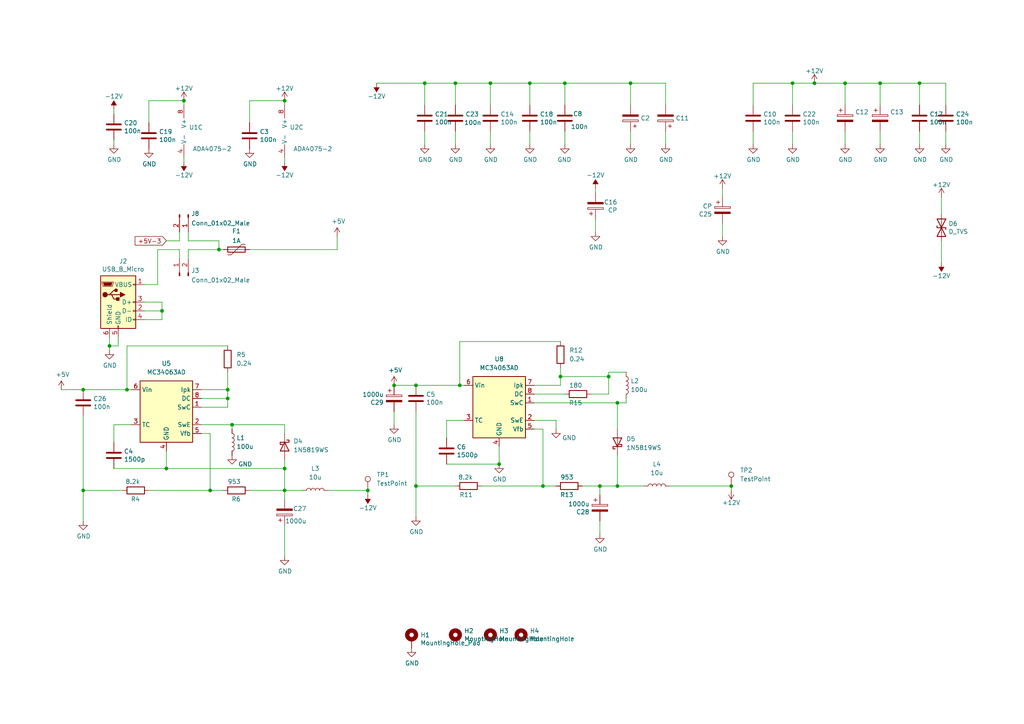
<source format=kicad_sch>
(kicad_sch (version 20211123) (generator eeschema)
  (paper "A4")
  (title_block (rev "C"))
  (lib_symbols
    (symbol "Amplifier_Operational:ADA4075-2" (pin_names (offset 0.127))
      (property "Reference" "U" (at 0 5.08 0))
      (property "Value" "ADA4075-2" (at 0 -5.08 0))
      (symbol "ADA4075-2_1_1"
        (polyline (pts (xy -5.08 5.08) (xy 5.08 0) (xy -5.08 -5.08) (xy -5.08 5.08)) (stroke (width 0.254)) (fill (type background)))
        (pin output line (at 7.62 0 180) (length 2.54) (name "~") (number "1"))
        (pin input line (at -7.62 -2.54 0) (length 2.54) (name "-") (number "2"))
        (pin input line (at -7.62 2.54 0) (length 2.54) (name "+") (number "3"))
      )
      (symbol "ADA4075-2_2_1"
        (polyline (pts (xy -5.08 5.08) (xy 5.08 0) (xy -5.08 -5.08) (xy -5.08 5.08)) (stroke (width 0.254)) (fill (type background)))
        (pin input line (at -7.62 2.54 0) (length 2.54) (name "+") (number "5"))
        (pin input line (at -7.62 -2.54 0) (length 2.54) (name "-") (number "6"))
        (pin output line (at 7.62 0 180) (length 2.54) (name "~") (number "7"))
      )
      (symbol "ADA4075-2_3_1"
        (pin power_in line (at -2.54 -7.62 90) (length 3.81) (name "V-") (number "4"))
        (pin power_in line (at -2.54 7.62 270) (length 3.81) (name "V+") (number "8"))
      )
    )
    (symbol "Connector:Conn_01x02_Male" (pin_names (offset 1.016) hide)
      (property "Reference" "J" (at 0 2.54 0))
      (property "Value" "Conn_01x02_Male" (at 0 -5.08 0))
      (symbol "Conn_01x02_Male_1_1"
        (polyline (pts (xy 1.27 -2.54) (xy 0.8636 -2.54)) (stroke (width 0.1524)))
        (polyline (pts (xy 1.27 0) (xy 0.8636 0)) (stroke (width 0.1524)))
        (rectangle (start 0.8636 -2.413) (end 0 -2.667) (stroke (width 0.1524)) (fill (type outline)))
        (rectangle (start 0.8636 0.127) (end 0 -0.127) (stroke (width 0.1524)) (fill (type outline)))
        (pin passive line (at 5.08 0 180) (length 3.81) (name "Pin_1") (number "1"))
        (pin passive line (at 5.08 -2.54 180) (length 3.81) (name "Pin_2") (number "2"))
      )
    )
    (symbol "Connector:TestPoint" (pin_numbers hide) (pin_names (offset 0.762) hide)
      (property "Reference" "TP" (at 0 6.858 0))
      (property "Value" "TestPoint" (at 0 5.08 0))
      (symbol "TestPoint_0_1"
        (circle (center 0 3.302) (radius 0.762))
      )
      (symbol "TestPoint_1_1"
        (pin passive line (at 0 0 90) (length 2.54) (name "1") (number "1"))
      )
    )
    (symbol "Connector:USB_B_Micro" (pin_names (offset 1.016))
      (property "Reference" "J" (at -5.08 11.43 0))
      (property "Value" "USB_B_Micro" (at -5.08 8.89 0))
      (symbol "USB_B_Micro_0_1"
        (rectangle (start -5.08 -7.62) (end 5.08 7.62) (stroke (width 0.254)) (fill (type background)))
        (circle (center -3.81 2.159) (radius 0.635) (stroke (width 0.254)) (fill (type outline)))
        (circle (center -0.635 3.429) (radius 0.381) (stroke (width 0.254)) (fill (type outline)))
        (rectangle (start -0.127 -7.62) (end 0.127 -6.858))
        (polyline (pts (xy -1.905 2.159) (xy 0.635 2.159)) (stroke (width 0.254)))
        (polyline (pts (xy -3.175 2.159) (xy -2.54 2.159) (xy -1.27 3.429) (xy -0.635 3.429)) (stroke (width 0.254)))
        (polyline (pts (xy -2.54 2.159) (xy -1.905 2.159) (xy -1.27 0.889) (xy 0 0.889)) (stroke (width 0.254)))
        (polyline (pts (xy 0.635 2.794) (xy 0.635 1.524) (xy 1.905 2.159) (xy 0.635 2.794)) (stroke (width 0.254)) (fill (type outline)))
        (polyline (pts (xy -4.318 5.588) (xy -1.778 5.588) (xy -2.032 4.826) (xy -4.064 4.826) (xy -4.318 5.588)) (fill (type outline)))
        (polyline (pts (xy -4.699 5.842) (xy -4.699 5.588) (xy -4.445 4.826) (xy -4.445 4.572) (xy -1.651 4.572) (xy -1.651 4.826) (xy -1.397 5.588) (xy -1.397 5.842) (xy -4.699 5.842)))
        (rectangle (start 0.254 1.27) (end -0.508 0.508) (stroke (width 0.254)) (fill (type outline)))
        (rectangle (start 5.08 -5.207) (end 4.318 -4.953))
        (rectangle (start 5.08 -2.667) (end 4.318 -2.413))
        (rectangle (start 5.08 -0.127) (end 4.318 0.127))
        (rectangle (start 5.08 4.953) (end 4.318 5.207))
      )
      (symbol "USB_B_Micro_1_1"
        (pin power_out line (at 7.62 5.08 180) (length 2.54) (name "VBUS") (number "1"))
        (pin bidirectional line (at 7.62 -2.54 180) (length 2.54) (name "D-") (number "2"))
        (pin bidirectional line (at 7.62 0 180) (length 2.54) (name "D+") (number "3"))
        (pin passive line (at 7.62 -5.08 180) (length 2.54) (name "ID") (number "4"))
        (pin power_out line (at 0 -10.16 90) (length 2.54) (name "GND") (number "5"))
        (pin passive line (at -2.54 -10.16 90) (length 2.54) (name "Shield") (number "6"))
      )
    )
    (symbol "Device:C" (pin_numbers hide) (pin_names (offset 0.254))
      (property "Reference" "C" (at 0.635 2.54 0))
      (property "Value" "C" (at 0.635 -2.54 0))
      (symbol "C_0_1"
        (polyline (pts (xy -2.032 -0.762) (xy 2.032 -0.762)) (stroke (width 0.508)))
        (polyline (pts (xy -2.032 0.762) (xy 2.032 0.762)) (stroke (width 0.508)))
      )
      (symbol "C_1_1"
        (pin passive line (at 0 3.81 270) (length 2.794) (name "~") (number "1"))
        (pin passive line (at 0 -3.81 90) (length 2.794) (name "~") (number "2"))
      )
    )
    (symbol "Device:CP" (pin_numbers hide) (pin_names (offset 0.254))
      (property "Reference" "C" (at 0.635 2.54 0))
      (property "Value" "Device_CP" (at 0.635 -2.54 0))
      (symbol "CP_0_1"
        (rectangle (start -2.286 0.508) (end 2.286 1.016))
        (polyline (pts (xy -1.778 2.286) (xy -0.762 2.286)))
        (polyline (pts (xy -1.27 2.794) (xy -1.27 1.778)))
        (rectangle (start 2.286 -0.508) (end -2.286 -1.016) (fill (type outline)))
      )
      (symbol "CP_1_1"
        (pin passive line (at 0 3.81 270) (length 2.794) (name "~") (number "1"))
        (pin passive line (at 0 -3.81 90) (length 2.794) (name "~") (number "2"))
      )
    )
    (symbol "Device:C_Polarized" (pin_numbers hide) (pin_names (offset 0.254))
      (property "Reference" "C" (at 0.635 2.54 0))
      (property "Value" "C_Polarized" (at 0.635 -2.54 0))
      (symbol "C_Polarized_0_1"
        (rectangle (start -2.286 0.508) (end 2.286 1.016))
        (polyline (pts (xy -1.778 2.286) (xy -0.762 2.286)))
        (polyline (pts (xy -1.27 2.794) (xy -1.27 1.778)))
        (rectangle (start 2.286 -0.508) (end -2.286 -1.016) (fill (type outline)))
      )
      (symbol "C_Polarized_1_1"
        (pin passive line (at 0 3.81 270) (length 2.794) (name "~") (number "1"))
        (pin passive line (at 0 -3.81 90) (length 2.794) (name "~") (number "2"))
      )
    )
    (symbol "Device:D_TVS" (pin_numbers hide) (pin_names (offset 1.016) hide)
      (property "Reference" "D" (at 0 2.54 0))
      (property "Value" "D_TVS" (at 0 -2.54 0))
      (symbol "D_TVS_0_1"
        (polyline (pts (xy 1.27 0) (xy -1.27 0)))
        (polyline (pts (xy 0.508 1.27) (xy 0 1.27) (xy 0 -1.27) (xy -0.508 -1.27)) (stroke (width 0.254)))
        (polyline (pts (xy -2.54 1.27) (xy -2.54 -1.27) (xy 2.54 1.27) (xy 2.54 -1.27) (xy -2.54 1.27)) (stroke (width 0.254)))
      )
      (symbol "D_TVS_1_1"
        (pin passive line (at -3.81 0 0) (length 2.54) (name "A1") (number "1"))
        (pin passive line (at 3.81 0 180) (length 2.54) (name "A2") (number "2"))
      )
    )
    (symbol "Device:L" (pin_numbers hide) (pin_names (offset 1.016) hide)
      (property "Reference" "L" (at -1.27 0 90))
      (property "Value" "L" (at 1.905 0 90))
      (symbol "L_0_1"
        (arc (start 0 -2.54) (mid 0.635 -1.905) (end 0 -1.27))
        (arc (start 0 -1.27) (mid 0.635 -0.635) (end 0 0))
        (arc (start 0 0) (mid 0.635 0.635) (end 0 1.27))
        (arc (start 0 1.27) (mid 0.635 1.905) (end 0 2.54))
      )
      (symbol "L_1_1"
        (pin passive line (at 0 3.81 270) (length 1.27) (name "1") (number "1"))
        (pin passive line (at 0 -3.81 90) (length 1.27) (name "2") (number "2"))
      )
    )
    (symbol "Device:Polyfuse" (pin_numbers hide) (pin_names (offset 0))
      (property "Reference" "F" (at -2.54 0 90))
      (property "Value" "Polyfuse" (at 2.54 0 90))
      (symbol "Polyfuse_0_1"
        (rectangle (start -0.762 2.54) (end 0.762 -2.54) (stroke (width 0.254)))
        (polyline (pts (xy 0 2.54) (xy 0 -2.54)))
        (polyline (pts (xy -1.524 2.54) (xy -1.524 1.524) (xy 1.524 -1.524) (xy 1.524 -2.54)))
      )
      (symbol "Polyfuse_1_1"
        (pin passive line (at 0 3.81 270) (length 1.27) (name "~") (number "1"))
        (pin passive line (at 0 -3.81 90) (length 1.27) (name "~") (number "2"))
      )
    )
    (symbol "Device:R" (pin_numbers hide) (pin_names (offset 0))
      (property "Reference" "R" (at 2.032 0 90))
      (property "Value" "R" (at 0 0 90))
      (symbol "R_0_1"
        (rectangle (start -1.016 -2.54) (end 1.016 2.54) (stroke (width 0.254)))
      )
      (symbol "R_1_1"
        (pin passive line (at 0 3.81 270) (length 1.27) (name "~") (number "1"))
        (pin passive line (at 0 -3.81 90) (length 1.27) (name "~") (number "2"))
      )
    )
    (symbol "Diode:1N5819WS" (pin_numbers hide) (pin_names (offset 1.016) hide)
      (property "Reference" "D" (at 0 2.54 0))
      (property "Value" "1N5819WS" (at 0 -2.54 0))
      (symbol "1N5819WS_0_1"
        (polyline (pts (xy 1.27 0) (xy -1.27 0)))
        (polyline (pts (xy 1.27 1.27) (xy 1.27 -1.27) (xy -1.27 0) (xy 1.27 1.27)) (stroke (width 0.254)))
        (polyline (pts (xy -1.905 0.635) (xy -1.905 1.27) (xy -1.27 1.27) (xy -1.27 -1.27) (xy -0.635 -1.27) (xy -0.635 -0.635)) (stroke (width 0.254)))
      )
      (symbol "1N5819WS_1_1"
        (pin passive line (at -3.81 0 0) (length 2.54) (name "K") (number "1"))
        (pin passive line (at 3.81 0 180) (length 2.54) (name "A") (number "2"))
      )
    )
    (symbol "Mechanical:MountingHole" (pin_names (offset 1.016))
      (property "Reference" "H" (at 0 5.08 0))
      (property "Value" "MountingHole" (at 0 3.175 0))
      (symbol "MountingHole_0_1"
        (circle (center 0 0) (radius 1.27) (stroke (width 1.27)))
      )
    )
    (symbol "Mechanical:MountingHole_Pad" (pin_numbers hide) (pin_names (offset 1.016) hide)
      (property "Reference" "H" (at 0 6.35 0))
      (property "Value" "MountingHole_Pad" (at 0 4.445 0))
      (symbol "MountingHole_Pad_0_1"
        (circle (center 0 1.27) (radius 1.27) (stroke (width 1.27)))
      )
      (symbol "MountingHole_Pad_1_1"
        (pin input line (at 0 -2.54 90) (length 2.54) (name "1") (number "1"))
      )
    )
    (symbol "Regulator_Switching:MC34063AD"
      (property "Reference" "U" (at -7.62 8.89 0))
      (property "Value" "MC34063AD" (at 0 8.89 0))
      (symbol "MC34063AD_0_1"
        (rectangle (start -7.62 7.62) (end 7.62 -10.16) (stroke (width 0.254)) (fill (type background)))
      )
      (symbol "MC34063AD_1_1"
        (pin open_collector line (at 10.16 0 180) (length 2.54) (name "SwC") (number "1"))
        (pin open_emitter line (at 10.16 -5.08 180) (length 2.54) (name "SwE") (number "2"))
        (pin passive line (at -10.16 -5.08 0) (length 2.54) (name "TC") (number "3"))
        (pin power_in line (at 0 -12.7 90) (length 2.54) (name "GND") (number "4"))
        (pin input line (at 10.16 -7.62 180) (length 2.54) (name "Vfb") (number "5"))
        (pin power_in line (at -10.16 5.08 0) (length 2.54) (name "Vin") (number "6"))
        (pin input line (at 10.16 5.08 180) (length 2.54) (name "Ipk") (number "7"))
        (pin open_collector line (at 10.16 2.54 180) (length 2.54) (name "DC") (number "8"))
      )
    )
    (symbol "power:+12V" (power) (pin_names (offset 0))
      (property "Value" "+12V" (at 0 3.556 0))
      (symbol "+12V_0_1"
        (polyline (pts (xy -0.762 1.27) (xy 0 2.54)))
        (polyline (pts (xy 0 0) (xy 0 2.54)))
        (polyline (pts (xy 0 2.54) (xy 0.762 1.27)))
      )
      (symbol "+12V_1_1"
        (pin power_in line (at 0 0 90) (length 0) hide (name "+12V") (number "1"))
      )
    )
    (symbol "power:+5V" (power) (pin_names (offset 0))
      (property "Value" "+5V" (at 0 3.556 0))
      (symbol "+5V_0_1"
        (polyline (pts (xy -0.762 1.27) (xy 0 2.54)))
        (polyline (pts (xy 0 0) (xy 0 2.54)))
        (polyline (pts (xy 0 2.54) (xy 0.762 1.27)))
      )
      (symbol "+5V_1_1"
        (pin power_in line (at 0 0 90) (length 0) hide (name "+5V") (number "1"))
      )
    )
    (symbol "power:-12V" (power) (pin_names (offset 0))
      (property "Value" "-12V" (at 0 3.81 0))
      (symbol "-12V_0_0"
        (pin power_in line (at 0 0 90) (length 0) hide (name "-12V") (number "1"))
      )
      (symbol "-12V_0_1"
        (polyline (pts (xy 0 0) (xy 0 1.27) (xy 0.762 1.27) (xy 0 2.54) (xy -0.762 1.27) (xy 0 1.27)) (fill (type outline)))
      )
    )
    (symbol "power:GND" (power) (pin_names (offset 0))
      (property "Value" "GND" (at 0 -3.81 0))
      (symbol "GND_0_1"
        (polyline (pts (xy 0 0) (xy 0 -1.27) (xy 1.27 -1.27) (xy 0 -2.54) (xy -1.27 -1.27) (xy 0 -1.27)))
      )
      (symbol "GND_1_1"
        (pin power_in line (at 0 0 270) (length 0) hide (name "GND") (number "1"))
      )
    )
  )
  (junction (at 245.11 24.13))
  (junction (at 173.99 140.97))
  (junction (at 66.04 115.57))
  (junction (at 163.83 24.13))
  (junction (at 60.96 142.24))
  (junction (at 82.55 142.24))
  (junction (at 236.22 24.13))
  (junction (at 120.65 111.76))
  (junction (at 179.07 116.84))
  (junction (at 24.13 142.24))
  (junction (at 142.24 24.13))
  (junction (at 66.04 113.03))
  (junction (at 212.09 140.97))
  (junction (at 63.5 72.39))
  (junction (at 157.48 140.97))
  (junction (at 67.31 123.19))
  (junction (at 132.08 24.13))
  (junction (at 31.75 100.33))
  (junction (at 82.55 29.21))
  (junction (at 266.7 24.13))
  (junction (at 182.88 24.13))
  (junction (at 24.13 113.03))
  (junction (at 144.78 134.62))
  (junction (at 179.07 140.97))
  (junction (at 114.3 111.76))
  (junction (at 123.19 24.13))
  (junction (at 229.87 24.13))
  (junction (at 82.55 135.89))
  (junction (at 153.67 24.13))
  (junction (at 53.34 29.21))
  (junction (at 176.53 109.22))
  (junction (at 255.27 24.13))
  (junction (at 133.35 111.76))
  (junction (at 106.68 142.24))
  (junction (at 48.26 135.89))
  (junction (at 120.65 140.97))
  (junction (at 46.99 90.17))
  (junction (at 162.56 109.22))
  (junction (at 36.83 113.03))
  (wire (pts (xy 34.29 100.33) (xy 31.75 100.33)))
  (wire (pts (xy 129.54 134.62) (xy 144.78 134.62)))
  (wire (pts (xy 17.78 113.03) (xy 24.13 113.03)))
  (wire (pts (xy 54.61 74.93) (xy 54.61 72.39)))
  (wire (pts (xy 63.5 69.85) (xy 63.5 72.39)))
  (wire (pts (xy 66.04 115.57) (xy 66.04 113.03)))
  (wire (pts (xy 133.35 99.06) (xy 162.56 99.06)))
  (wire (pts (xy 120.65 119.38) (xy 120.65 140.97)))
  (wire (pts (xy 172.72 67.31) (xy 172.72 63.5)))
  (wire (pts (xy 255.27 24.13) (xy 255.27 30.48)))
  (wire (pts (xy 172.72 54.61) (xy 172.72 55.88)))
  (wire (pts (xy 82.55 142.24) (xy 82.55 144.78)))
  (wire (pts (xy 181.61 107.95) (xy 176.53 107.95)))
  (wire (pts (xy 162.56 111.76) (xy 154.94 111.76)))
  (wire (pts (xy 266.7 24.13) (xy 266.7 30.48)))
  (wire (pts (xy 255.27 24.13) (xy 266.7 24.13)))
  (wire (pts (xy 54.61 69.85) (xy 63.5 69.85)))
  (wire (pts (xy 255.27 41.91) (xy 255.27 38.1)))
  (wire (pts (xy 179.07 116.84) (xy 179.07 124.46)))
  (wire (pts (xy 33.02 135.89) (xy 48.26 135.89)))
  (wire (pts (xy 182.88 41.91) (xy 182.88 38.1)))
  (wire (pts (xy 157.48 124.46) (xy 157.48 140.97)))
  (wire (pts (xy 106.68 143.51) (xy 106.68 142.24)))
  (wire (pts (xy 129.54 121.92) (xy 129.54 127)))
  (wire (pts (xy 109.22 24.13) (xy 123.19 24.13)))
  (wire (pts (xy 153.67 24.13) (xy 153.67 30.48)))
  (wire (pts (xy 52.07 69.85) (xy 52.07 67.31)))
  (wire (pts (xy 67.31 123.19) (xy 58.42 123.19)))
  (wire (pts (xy 154.94 121.92) (xy 161.29 121.92)))
  (wire (pts (xy 144.78 134.62) (xy 144.78 129.54)))
  (wire (pts (xy 36.83 100.33) (xy 36.83 113.03)))
  (wire (pts (xy 24.13 120.65) (xy 24.13 142.24)))
  (wire (pts (xy 179.07 116.84) (xy 181.61 116.84)))
  (wire (pts (xy 36.83 113.03) (xy 38.1 113.03)))
  (wire (pts (xy 120.65 111.76) (xy 133.35 111.76)))
  (wire (pts (xy 82.55 123.19) (xy 67.31 123.19)))
  (wire (pts (xy 82.55 135.89) (xy 48.26 135.89)))
  (wire (pts (xy 54.61 67.31) (xy 54.61 69.85)))
  (wire (pts (xy 120.65 140.97) (xy 132.08 140.97)))
  (wire (pts (xy 245.11 24.13) (xy 255.27 24.13)))
  (wire (pts (xy 266.7 41.91) (xy 266.7 38.1)))
  (wire (pts (xy 31.75 100.33) (xy 31.75 97.79)))
  (wire (pts (xy 229.87 24.13) (xy 236.22 24.13)))
  (wire (pts (xy 176.53 114.3) (xy 176.53 109.22)))
  (wire (pts (xy 132.08 24.13) (xy 132.08 30.48)))
  (wire (pts (xy 134.62 121.92) (xy 129.54 121.92)))
  (wire (pts (xy 218.44 24.13) (xy 229.87 24.13)))
  (wire (pts (xy 58.42 118.11) (xy 66.04 118.11)))
  (wire (pts (xy 154.94 116.84) (xy 179.07 116.84)))
  (wire (pts (xy 173.99 140.97) (xy 179.07 140.97)))
  (wire (pts (xy 72.39 29.21) (xy 72.39 35.56)))
  (wire (pts (xy 274.32 24.13) (xy 274.32 30.48)))
  (wire (pts (xy 82.55 29.21) (xy 72.39 29.21)))
  (wire (pts (xy 245.11 24.13) (xy 245.11 30.48)))
  (wire (pts (xy 181.61 115.57) (xy 181.61 116.84)))
  (wire (pts (xy 194.31 140.97) (xy 212.09 140.97)))
  (wire (pts (xy 182.88 24.13) (xy 182.88 30.48)))
  (wire (pts (xy 82.55 142.24) (xy 87.63 142.24)))
  (wire (pts (xy 245.11 41.91) (xy 245.11 38.1)))
  (wire (pts (xy 95.25 142.24) (xy 106.68 142.24)))
  (wire (pts (xy 72.39 72.39) (xy 97.79 72.39)))
  (wire (pts (xy 209.55 54.61) (xy 209.55 57.15)))
  (wire (pts (xy 153.67 41.91) (xy 153.67 38.1)))
  (wire (pts (xy 182.88 24.13) (xy 193.04 24.13)))
  (wire (pts (xy 41.91 87.63) (xy 46.99 87.63)))
  (wire (pts (xy 161.29 121.92) (xy 161.29 124.46)))
  (wire (pts (xy 53.34 45.72) (xy 53.34 46.99)))
  (wire (pts (xy 163.83 24.13) (xy 182.88 24.13)))
  (wire (pts (xy 274.32 41.91) (xy 274.32 38.1)))
  (wire (pts (xy 157.48 140.97) (xy 161.29 140.97)))
  (wire (pts (xy 82.55 29.21) (xy 82.55 30.48)))
  (wire (pts (xy 82.55 133.35) (xy 82.55 135.89)))
  (wire (pts (xy 176.53 107.95) (xy 176.53 109.22)))
  (wire (pts (xy 66.04 113.03) (xy 58.42 113.03)))
  (wire (pts (xy 154.94 124.46) (xy 157.48 124.46)))
  (wire (pts (xy 41.91 82.55) (xy 45.72 82.55)))
  (wire (pts (xy 179.07 132.08) (xy 179.07 140.97)))
  (wire (pts (xy 67.31 124.46) (xy 67.31 123.19)))
  (wire (pts (xy 176.53 109.22) (xy 162.56 109.22)))
  (wire (pts (xy 273.05 57.15) (xy 273.05 62.23)))
  (wire (pts (xy 48.26 135.89) (xy 48.26 130.81)))
  (wire (pts (xy 142.24 41.91) (xy 142.24 38.1)))
  (wire (pts (xy 179.07 140.97) (xy 186.69 140.97)))
  (wire (pts (xy 163.83 24.13) (xy 163.83 30.48)))
  (wire (pts (xy 46.99 92.71) (xy 46.99 90.17)))
  (wire (pts (xy 142.24 24.13) (xy 153.67 24.13)))
  (wire (pts (xy 114.3 111.76) (xy 120.65 111.76)))
  (wire (pts (xy 133.35 111.76) (xy 134.62 111.76)))
  (wire (pts (xy 45.72 72.39) (xy 52.07 72.39)))
  (wire (pts (xy 58.42 115.57) (xy 66.04 115.57)))
  (wire (pts (xy 31.75 101.6) (xy 31.75 100.33)))
  (wire (pts (xy 43.18 142.24) (xy 60.96 142.24)))
  (wire (pts (xy 24.13 142.24) (xy 24.13 151.13)))
  (wire (pts (xy 82.55 45.72) (xy 82.55 46.99)))
  (wire (pts (xy 173.99 140.97) (xy 173.99 143.51)))
  (wire (pts (xy 173.99 154.94) (xy 173.99 151.13)))
  (wire (pts (xy 171.45 114.3) (xy 176.53 114.3)))
  (wire (pts (xy 82.55 152.4) (xy 82.55 161.29)))
  (wire (pts (xy 153.67 24.13) (xy 163.83 24.13)))
  (wire (pts (xy 24.13 142.24) (xy 35.56 142.24)))
  (wire (pts (xy 162.56 109.22) (xy 162.56 111.76)))
  (wire (pts (xy 72.39 142.24) (xy 82.55 142.24)))
  (wire (pts (xy 63.5 72.39) (xy 64.77 72.39)))
  (wire (pts (xy 123.19 41.91) (xy 123.19 38.1)))
  (wire (pts (xy 43.18 29.21) (xy 43.18 35.56)))
  (wire (pts (xy 97.79 72.39) (xy 97.79 68.58)))
  (wire (pts (xy 53.34 29.21) (xy 53.34 30.48)))
  (wire (pts (xy 142.24 24.13) (xy 142.24 30.48)))
  (wire (pts (xy 46.99 90.17) (xy 41.91 90.17)))
  (wire (pts (xy 218.44 41.91) (xy 218.44 38.1)))
  (wire (pts (xy 36.83 100.33) (xy 66.04 100.33)))
  (wire (pts (xy 139.7 140.97) (xy 157.48 140.97)))
  (wire (pts (xy 33.02 123.19) (xy 33.02 128.27)))
  (wire (pts (xy 168.91 140.97) (xy 173.99 140.97)))
  (wire (pts (xy 120.65 140.97) (xy 120.65 149.86)))
  (wire (pts (xy 154.94 114.3) (xy 163.83 114.3)))
  (wire (pts (xy 52.07 74.93) (xy 52.07 72.39)))
  (wire (pts (xy 218.44 24.13) (xy 218.44 30.48)))
  (wire (pts (xy 38.1 123.19) (xy 33.02 123.19)))
  (wire (pts (xy 132.08 41.91) (xy 132.08 38.1)))
  (wire (pts (xy 273.05 69.85) (xy 273.05 76.2)))
  (wire (pts (xy 266.7 24.13) (xy 274.32 24.13)))
  (wire (pts (xy 212.09 142.24) (xy 212.09 140.97)))
  (wire (pts (xy 123.19 24.13) (xy 123.19 30.48)))
  (wire (pts (xy 163.83 41.91) (xy 163.83 38.1)))
  (wire (pts (xy 162.56 106.68) (xy 162.56 109.22)))
  (wire (pts (xy 54.61 72.39) (xy 63.5 72.39)))
  (wire (pts (xy 60.96 125.73) (xy 60.96 142.24)))
  (wire (pts (xy 114.3 123.19) (xy 114.3 119.38)))
  (wire (pts (xy 46.99 87.63) (xy 46.99 90.17)))
  (wire (pts (xy 193.04 41.91) (xy 193.04 38.1)))
  (wire (pts (xy 82.55 125.73) (xy 82.55 123.19)))
  (wire (pts (xy 33.02 31.75) (xy 33.02 33.02)))
  (wire (pts (xy 236.22 24.13) (xy 245.11 24.13)))
  (wire (pts (xy 60.96 142.24) (xy 64.77 142.24)))
  (wire (pts (xy 82.55 142.24) (xy 82.55 135.89)))
  (wire (pts (xy 24.13 113.03) (xy 36.83 113.03)))
  (wire (pts (xy 229.87 30.48) (xy 229.87 24.13)))
  (wire (pts (xy 58.42 125.73) (xy 60.96 125.73)))
  (wire (pts (xy 229.87 41.91) (xy 229.87 38.1)))
  (wire (pts (xy 41.91 92.71) (xy 46.99 92.71)))
  (wire (pts (xy 48.26 69.85) (xy 52.07 69.85)))
  (wire (pts (xy 33.02 40.64) (xy 33.02 41.91)))
  (wire (pts (xy 132.08 24.13) (xy 142.24 24.13)))
  (wire (pts (xy 53.34 29.21) (xy 43.18 29.21)))
  (wire (pts (xy 34.29 97.79) (xy 34.29 100.33)))
  (wire (pts (xy 193.04 24.13) (xy 193.04 30.48)))
  (wire (pts (xy 66.04 107.95) (xy 66.04 113.03)))
  (wire (pts (xy 45.72 72.39) (xy 45.72 82.55)))
  (wire (pts (xy 133.35 99.06) (xy 133.35 111.76)))
  (wire (pts (xy 209.55 68.58) (xy 209.55 64.77)))
  (wire (pts (xy 66.04 118.11) (xy 66.04 115.57)))
  (wire (pts (xy 123.19 24.13) (xy 132.08 24.13)))
  (global_label "+5V-3" (shape input) (at 48.26 69.85 180) (property "Intersheet References" "${INTERSHEET_REFS}" (effects hide)))
  (symbol (lib_id "Device:R") (at 135.89 140.97 90) (mirror x) (unit 1)
    (property "Reference" "R11" (at 137.16 143.51 90) (effects (justify left)))
    (property "Value" "8.2k" (at 137.16 138.43 90) (effects (justify left)))
    (property "Footprint" "Resistor_SMD:R_1206_3216Metric" (effects hide))
  )
  (symbol (lib_id "power:GND") (at 43.18 43.18 0) (unit 1)
    (property "Reference" "#PWR0160" (effects hide))
    (property "Value" "GND" (at 43.307 47.5742 0))
  )
  (symbol (lib_id "Mechanical:MountingHole") (at 151.13 184.15 0) (unit 1)
    (property "Reference" "H4" (at 153.67 182.9816 0) (effects (justify left)))
    (property "Value" "MountingHole" (at 153.67 185.293 0) (effects (justify left)))
    (property "Footprint" "MountingHole:MountingHole_4mm" (effects hide))
  )
  (symbol (lib_id "Connector:Conn_01x02_Male") (at 52.07 80.01 90) (unit 1)
    (property "Reference" "J3" (at 55.4482 78.4665 90) (effects (justify right)))
    (property "Value" "Conn_01x02_Male" (at 55.4482 81.2416 90) (effects (justify right)))
    (property "Footprint" "Connector_PinHeader_2.54mm:PinHeader_1x02_P2.54mm_Vertical" (effects hide))
  )
  (symbol (lib_id "Device:D_TVS") (at 273.05 66.04 270) (unit 1)
    (property "Reference" "D6" (at 275.082 64.8716 90) (effects (justify left)))
    (property "Value" "D_TVS" (at 275.082 67.183 90) (effects (justify left)))
    (property "Footprint" "Diode_SMD:D_SMA" (effects hide))
  )
  (symbol (lib_id "power:GND") (at 82.55 161.29 0) (unit 1)
    (property "Reference" "#PWR0176" (effects hide))
    (property "Value" "GND" (at 82.677 165.6842 0))
  )
  (symbol (lib_id "Device:C") (at 274.32 34.29 0) (unit 1)
    (property "Reference" "C24" (at 277.241 33.1216 0) (effects (justify left)))
    (property "Value" "100n" (at 277.241 35.433 0) (effects (justify left)))
    (property "Footprint" "Capacitor_SMD:C_0805_2012Metric" (effects hide))
  )
  (symbol (lib_id "power:GND") (at 193.04 41.91 0) (unit 1)
    (property "Reference" "#PWR0136" (effects hide))
    (property "Value" "GND" (at 193.167 46.3042 0))
  )
  (symbol (lib_id "Device:L") (at 67.31 128.27 0) (unit 1)
    (property "Reference" "L1" (at 68.58 126.9999 0) (effects (justify left)))
    (property "Value" "100u" (at 68.58 129.5399 0) (effects (justify left)))
    (property "Footprint" "Inductor_SMD:L_Taiyo-Yuden_NR-80xx_HandSoldering" (effects hide))
  )
  (symbol (lib_id "power:GND") (at 172.72 67.31 0) (unit 1)
    (property "Reference" "#PWR0173" (effects hide))
    (property "Value" "GND" (at 172.847 71.7042 0))
  )
  (symbol (lib_id "Device:CP") (at 209.55 60.96 0) (unit 1)
    (property "Reference" "C25" (at 206.5528 62.1284 0) (effects (justify right)))
    (property "Value" "CP" (at 206.5528 59.817 0) (effects (justify right)))
    (property "Footprint" "Capacitor_THT:CP_Radial_D8.0mm_P5.00mm" (effects hide))
  )
  (symbol (lib_id "Device:L") (at 181.61 111.76 0) (unit 1)
    (property "Reference" "L2" (at 182.88 110.4899 0) (effects (justify left)))
    (property "Value" "100u" (at 182.88 113.0299 0) (effects (justify left)))
    (property "Footprint" "Inductor_SMD:L_Taiyo-Yuden_NR-80xx_HandSoldering" (effects hide))
  )
  (symbol (lib_id "Mechanical:MountingHole") (at 132.08 184.15 0) (unit 1)
    (property "Reference" "H2" (at 134.62 182.9816 0) (effects (justify left)))
    (property "Value" "MountingHole" (at 134.62 185.293 0) (effects (justify left)))
    (property "Footprint" "MountingHole:MountingHole_4mm" (effects hide))
  )
  (symbol (lib_id "power:-12V") (at 106.68 143.51 180) (unit 1)
    (property "Reference" "#PWR0163" (effects hide))
    (property "Value" "-12V" (at 106.68 147.32 0))
  )
  (symbol (lib_id "power:+12V") (at 212.09 142.24 180) (unit 1)
    (property "Reference" "#PWR0132" (effects hide))
    (property "Value" "+12V" (at 212.09 145.796 0))
  )
  (symbol (lib_id "Connector:TestPoint") (at 106.68 142.24 0) (unit 1)
    (property "Reference" "TP1" (at 109.22 137.6679 0) (effects (justify left)))
    (property "Value" "TestPoint" (at 109.22 140.2079 0) (effects (justify left)))
    (property "Footprint" "TestPoint:TestPoint_Plated_Hole_D3.0mm" (effects hide))
  )
  (symbol (lib_id "Device:C") (at 72.39 39.37 0) (unit 1)
    (property "Reference" "C3" (at 75.311 38.2016 0) (effects (justify left)))
    (property "Value" "100n" (at 75.311 40.513 0) (effects (justify left)))
    (property "Footprint" "Capacitor_SMD:C_0805_2012Metric" (effects hide))
  )
  (symbol (lib_id "Device:C_Polarized") (at 182.88 34.29 180) (unit 1)
    (property "Reference" "C2" (at 185.801 34.2705 0) (effects (justify right)))
    (property "Value" "C_Polarized" (effects hide))
    (property "Footprint" "Capacitor_SMD:C_1206_3216Metric_Pad1.33x1.80mm_HandSolder" (effects hide))
  )
  (symbol (lib_id "power:GND") (at 120.65 149.86 0) (unit 1)
    (property "Reference" "#PWR0130" (effects hide))
    (property "Value" "GND" (at 120.777 154.2542 0))
  )
  (symbol (lib_id "power:GND") (at 144.78 134.62 0) (unit 1)
    (property "Reference" "#PWR0133" (effects hide))
    (property "Value" "GND" (at 144.907 139.0142 0))
  )
  (symbol (lib_id "power:GND") (at 173.99 154.94 0) (unit 1)
    (property "Reference" "#PWR0174" (effects hide))
    (property "Value" "GND" (at 174.117 159.3342 0))
  )
  (symbol (lib_id "power:GND") (at 209.55 68.58 0) (unit 1)
    (property "Reference" "#PWR0155" (effects hide))
    (property "Value" "GND" (at 209.677 72.9742 0))
  )
  (symbol (lib_id "Device:C") (at 266.7 34.29 0) (unit 1)
    (property "Reference" "C17" (at 269.621 33.1216 0) (effects (justify left)))
    (property "Value" "100n" (at 269.621 35.433 0) (effects (justify left)))
    (property "Footprint" "Capacitor_SMD:C_0805_2012Metric" (effects hide))
  )
  (symbol (lib_id "power:-12V") (at 273.05 76.2 180) (unit 1)
    (property "Reference" "#PWR0140" (effects hide))
    (property "Value" "-12V" (at 273.05 80.01 0))
  )
  (symbol (lib_id "Device:L") (at 91.44 142.24 90) (unit 1)
    (property "Reference" "L3" (at 91.44 135.89 90))
    (property "Value" "10u" (at 91.44 138.43 90))
    (property "Footprint" "Inductor_SMD:L_Taiyo-Yuden_NR-60xx_HandSoldering" (effects hide))
  )
  (symbol (lib_id "Amplifier_Operational:ADA4075-2") (at 85.09 38.1 0) (unit 3)
    (property "Reference" "U2" (at 84.0232 36.9316 0) (effects (justify left)))
    (property "Value" "ADA4075-2" (at 85.09 43.18 0) (effects (justify left)))
    (property "Footprint" "Package_SO:SO-8_3.9x4.9mm_P1.27mm" (effects hide))
    (property "Datasheet" "https://www.analog.com/static/imported-files/data_sheets/ADA4075-2.pdf" (effects hide))
  )
  (symbol (lib_id "Device:C") (at 163.83 34.29 0) (mirror y) (unit 1)
    (property "Reference" "C8" (at 168.91 33.02 0) (effects (justify left)))
    (property "Value" "100n" (at 170.561 36.7284 0) (effects (justify left)))
    (property "Footprint" "Capacitor_SMD:C_0805_2012Metric" (effects hide))
  )
  (symbol (lib_id "Device:R") (at 39.37 142.24 90) (mirror x) (unit 1)
    (property "Reference" "R4" (at 40.64 144.78 90) (effects (justify left)))
    (property "Value" "8.2k" (at 40.64 139.7 90) (effects (justify left)))
    (property "Footprint" "Resistor_SMD:R_1206_3216Metric" (effects hide))
  )
  (symbol (lib_id "Device:CP") (at 114.3 115.57 0) (unit 1)
    (property "Reference" "C29" (at 111.3028 116.7384 0) (effects (justify right)))
    (property "Value" "1000u" (at 111.3028 114.427 0) (effects (justify right)))
    (property "Footprint" "Capacitor_SMD:CP_Elec_10x10.5" (effects hide))
  )
  (symbol (lib_id "power:+12V") (at 82.55 29.21 0) (unit 1)
    (property "Reference" "#PWR0159" (effects hide))
    (property "Value" "+12V" (at 82.55 25.654 0))
  )
  (symbol (lib_id "Device:C") (at 43.18 39.37 0) (unit 1)
    (property "Reference" "C19" (at 46.101 38.2016 0) (effects (justify left)))
    (property "Value" "100n" (at 46.101 40.513 0) (effects (justify left)))
    (property "Footprint" "Capacitor_SMD:C_0805_2012Metric" (effects hide))
  )
  (symbol (lib_id "power:GND") (at 142.24 41.91 0) (unit 1)
    (property "Reference" "#PWR0154" (effects hide))
    (property "Value" "GND" (at 142.367 46.3042 0))
  )
  (symbol (lib_id "Device:R") (at 167.64 114.3 90) (mirror x) (unit 1)
    (property "Reference" "R15" (at 168.91 116.84 90) (effects (justify left)))
    (property "Value" "180" (at 168.91 111.76 90) (effects (justify left)))
    (property "Footprint" "Resistor_SMD:R_1206_3216Metric" (effects hide))
  )
  (symbol (lib_id "Device:C") (at 129.54 130.81 0) (unit 1)
    (property "Reference" "C6" (at 132.461 129.6416 0) (effects (justify left)))
    (property "Value" "1500p" (at 132.461 131.953 0) (effects (justify left)))
    (property "Footprint" "Capacitor_SMD:C_0805_2012Metric" (effects hide))
  )
  (symbol (lib_id "power:+12V") (at 236.22 24.13 0) (unit 1)
    (property "Reference" "#PWR0153" (effects hide))
    (property "Value" "+12V" (at 236.22 20.574 0))
  )
  (symbol (lib_id "power:GND") (at 123.19 41.91 0) (unit 1)
    (property "Reference" "#PWR0169" (effects hide))
    (property "Value" "GND" (at 123.317 46.3042 0))
  )
  (symbol (lib_id "Connector:Conn_01x02_Male") (at 54.61 62.23 270) (unit 1)
    (property "Reference" "J8" (at 55.4482 61.9565 90) (effects (justify left)))
    (property "Value" "Conn_01x02_Male" (at 55.4482 64.7316 90) (effects (justify left)))
    (property "Footprint" "Connector_PinHeader_2.54mm:PinHeader_1x02_P2.54mm_Vertical" (effects hide))
  )
  (symbol (lib_id "Device:C") (at 132.08 34.29 0) (unit 1)
    (property "Reference" "C23" (at 135.001 33.1216 0) (effects (justify left)))
    (property "Value" "100n" (at 134.62 35.56 0) (effects (justify left)))
    (property "Footprint" "Capacitor_SMD:C_0805_2012Metric" (effects hide))
  )
  (symbol (lib_id "power:GND") (at 161.29 124.46 0) (unit 1)
    (property "Reference" "#PWR0139" (effects hide))
    (property "Value" "GND" (at 165.1 127 0))
  )
  (symbol (lib_id "Amplifier_Operational:ADA4075-2") (at 55.88 38.1 0) (unit 3)
    (property "Reference" "U1" (at 54.8132 36.9316 0) (effects (justify left)))
    (property "Value" "ADA4075-2" (at 55.88 43.18 0) (effects (justify left)))
    (property "Footprint" "Package_SO:SO-8_3.9x4.9mm_P1.27mm" (effects hide))
    (property "Datasheet" "https://www.analog.com/static/imported-files/data_sheets/ADA4075-2.pdf" (effects hide))
  )
  (symbol (lib_id "Device:C") (at 142.24 34.29 0) (unit 1)
    (property "Reference" "C14" (at 145.161 33.1216 0) (effects (justify left)))
    (property "Value" "100n" (at 145.161 35.433 0) (effects (justify left)))
    (property "Footprint" "Capacitor_SMD:C_0805_2012Metric" (effects hide))
  )
  (symbol (lib_id "Device:C_Polarized") (at 255.27 34.29 0) (unit 1)
    (property "Reference" "C13" (at 258.191 32.4925 0) (effects (justify left)))
    (property "Value" "C_Polarized" (effects hide))
    (property "Footprint" "Capacitor_SMD:C_1206_3216Metric_Pad1.33x1.80mm_HandSolder" (effects hide))
  )
  (symbol (lib_id "power:-12V") (at 53.34 46.99 180) (unit 1)
    (property "Reference" "#PWR0151" (effects hide))
    (property "Value" "-12V" (at 53.34 50.8 0))
  )
  (symbol (lib_id "Diode:1N5819WS") (at 179.07 128.27 90) (unit 1)
    (property "Reference" "D5" (at 181.61 127.3174 90) (effects (justify right)))
    (property "Value" "1N5819WS" (at 181.61 129.8574 90) (effects (justify right)))
    (property "Footprint" "Diode_SMD:D_SOD-323" (effects hide))
    (property "Datasheet" "https://datasheet.lcsc.com/lcsc/2204281430_Guangdong-Hottech-1N5819WS_C191023.pdf" (effects hide))
  )
  (symbol (lib_id "power:GND") (at 229.87 41.91 0) (unit 1)
    (property "Reference" "#PWR0167" (effects hide))
    (property "Value" "GND" (at 229.997 46.3042 0))
  )
  (symbol (lib_id "power:GND") (at 153.67 41.91 0) (unit 1)
    (property "Reference" "#PWR0156" (effects hide))
    (property "Value" "GND" (at 153.797 46.3042 0))
  )
  (symbol (lib_id "Device:Polyfuse") (at 68.58 72.39 90) (unit 1)
    (property "Reference" "F1" (at 68.58 67.0265 90))
    (property "Value" "1A" (at 68.58 69.8016 90))
    (property "Footprint" "Fuse:Fuse_1206_3216Metric_Pad1.42x1.75mm_HandSolder" (effects hide))
  )
  (symbol (lib_id "Device:C") (at 229.87 34.29 0) (unit 1)
    (property "Reference" "C22" (at 232.791 33.1216 0) (effects (justify left)))
    (property "Value" "100n" (at 232.791 35.433 0) (effects (justify left)))
    (property "Footprint" "Capacitor_SMD:C_0805_2012Metric" (effects hide))
  )
  (symbol (lib_id "power:GND") (at 182.88 41.91 0) (unit 1)
    (property "Reference" "#PWR0131" (effects hide))
    (property "Value" "GND" (at 183.007 46.3042 0))
  )
  (symbol (lib_id "Mechanical:MountingHole") (at 142.24 184.15 0) (unit 1)
    (property "Reference" "H3" (at 144.78 182.9816 0) (effects (justify left)))
    (property "Value" "MountingHole" (at 144.78 185.293 0) (effects (justify left)))
    (property "Footprint" "MountingHole:MountingHole_4mm" (effects hide))
  )
  (symbol (lib_id "Device:L") (at 190.5 140.97 90) (unit 1)
    (property "Reference" "L4" (at 190.5 134.62 90))
    (property "Value" "10u" (at 190.5 137.16 90))
    (property "Footprint" "Inductor_SMD:L_Taiyo-Yuden_NR-60xx_HandSoldering" (effects hide))
  )
  (symbol (lib_id "Device:CP") (at 173.99 147.32 0) (unit 1)
    (property "Reference" "C28" (at 170.9928 148.4884 0) (effects (justify right)))
    (property "Value" "1000u" (at 170.9928 146.177 0) (effects (justify right)))
    (property "Footprint" "Capacitor_SMD:CP_Elec_10x10.5" (effects hide))
  )
  (symbol (lib_id "Device:C") (at 120.65 115.57 0) (unit 1)
    (property "Reference" "C5" (at 123.571 114.4016 0) (effects (justify left)))
    (property "Value" "100n" (at 123.571 116.713 0) (effects (justify left)))
    (property "Footprint" "Capacitor_SMD:C_0805_2012Metric" (effects hide))
  )
  (symbol (lib_id "Device:C") (at 33.02 36.83 0) (unit 1)
    (property "Reference" "C20" (at 35.941 35.6616 0) (effects (justify left)))
    (property "Value" "100n" (at 35.941 37.973 0) (effects (justify left)))
    (property "Footprint" "Capacitor_SMD:C_0805_2012Metric" (effects hide))
  )
  (symbol (lib_id "power:GND") (at 163.83 41.91 0) (mirror y) (unit 1)
    (property "Reference" "#PWR0135" (effects hide))
    (property "Value" "GND" (at 163.703 46.3042 0))
  )
  (symbol (lib_id "power:GND") (at 72.39 43.18 0) (unit 1)
    (property "Reference" "#PWR0147" (effects hide))
    (property "Value" "GND" (at 72.517 47.5742 0))
  )
  (symbol (lib_id "Device:C_Polarized") (at 193.04 34.29 180) (unit 1)
    (property "Reference" "C11" (at 195.961 34.2705 0) (effects (justify right)))
    (property "Value" "C_Polarized" (effects hide))
    (property "Footprint" "Capacitor_SMD:C_1206_3216Metric_Pad1.33x1.80mm_HandSolder" (effects hide))
  )
  (symbol (lib_id "power:GND") (at 114.3 123.19 0) (unit 1)
    (property "Reference" "#PWR0178" (effects hide))
    (property "Value" "GND" (at 114.427 127.5842 0))
  )
  (symbol (lib_id "Connector:USB_B_Micro") (at 34.29 87.63 0) (unit 1)
    (property "Reference" "J2" (at 35.7378 75.7682 0))
    (property "Value" "USB_B_Micro" (at 35.7378 78.0796 0))
    (property "Footprint" "Connector_USB:USB_Micro-B_Wuerth_629105150521" (effects hide))
  )
  (symbol (lib_id "Device:R") (at 162.56 102.87 0) (unit 1)
    (property "Reference" "R12" (at 165.1 101.5999 0) (effects (justify left)))
    (property "Value" "0.24" (at 165.1 104.1399 0) (effects (justify left)))
    (property "Footprint" "Resistor_SMD:R_1206_3216Metric" (effects hide))
  )
  (symbol (lib_id "power:GND") (at 255.27 41.91 0) (unit 1)
    (property "Reference" "#PWR0126" (effects hide))
    (property "Value" "GND" (at 255.397 46.3042 0))
  )
  (symbol (lib_id "Device:R") (at 68.58 142.24 90) (mirror x) (unit 1)
    (property "Reference" "R6" (at 69.85 144.78 90) (effects (justify left)))
    (property "Value" "953" (at 69.85 139.7 90) (effects (justify left)))
    (property "Footprint" "Resistor_SMD:R_1206_3216Metric" (effects hide))
  )
  (symbol (lib_id "Regulator_Switching:MC34063AD") (at 144.78 116.84 0) (unit 1)
    (property "Reference" "U8" (at 144.78 104.14 0))
    (property "Value" "MC34063AD" (at 144.78 106.68 0))
    (property "Footprint" "Package_SO:SOIC-8_3.9x4.9mm_P1.27mm" (effects hide))
    (property "Datasheet" "http://www.onsemi.com/pub_link/Collateral/MC34063A-D.PDF" (effects hide))
  )
  (symbol (lib_id "power:+12V") (at 273.05 57.15 0) (unit 1)
    (property "Reference" "#PWR0138" (effects hide))
    (property "Value" "+12V" (at 273.05 53.594 0))
  )
  (symbol (lib_id "power:-12V") (at 172.72 54.61 0) (unit 1)
    (property "Reference" "#PWR0150" (effects hide))
    (property "Value" "-12V" (at 172.72 50.8 0))
  )
  (symbol (lib_id "Device:C_Polarized") (at 245.11 34.29 0) (unit 1)
    (property "Reference" "C12" (at 248.031 32.4925 0) (effects (justify left)))
    (property "Value" "C_Polarized" (effects hide))
    (property "Footprint" "Capacitor_SMD:C_1206_3216Metric_Pad1.33x1.80mm_HandSolder" (effects hide))
  )
  (symbol (lib_id "Device:C") (at 33.02 132.08 0) (unit 1)
    (property "Reference" "C4" (at 35.941 130.9116 0) (effects (justify left)))
    (property "Value" "1500p" (at 35.941 133.223 0) (effects (justify left)))
    (property "Footprint" "Capacitor_SMD:C_0805_2012Metric" (effects hide))
  )
  (symbol (lib_id "Mechanical:MountingHole_Pad") (at 119.38 185.42 0) (unit 1)
    (property "Reference" "H1" (at 121.92 184.1754 0) (effects (justify left)))
    (property "Value" "MountingHole_Pad" (at 121.92 186.4868 0) (effects (justify left)))
    (property "Footprint" "MountingHole:MountingHole_4.3mm_M4_Pad" (effects hide))
  )
  (symbol (lib_id "Device:R") (at 165.1 140.97 90) (mirror x) (unit 1)
    (property "Reference" "R13" (at 166.37 143.51 90) (effects (justify left)))
    (property "Value" "953" (at 166.37 138.43 90) (effects (justify left)))
    (property "Footprint" "Resistor_SMD:R_1206_3216Metric" (effects hide))
  )
  (symbol (lib_id "power:GND") (at 24.13 151.13 0) (unit 1)
    (property "Reference" "#PWR0119" (effects hide))
    (property "Value" "GND" (at 24.257 155.5242 0))
  )
  (symbol (lib_id "power:-12V") (at 109.22 24.13 180) (unit 1)
    (property "Reference" "#PWR0162" (effects hide))
    (property "Value" "-12V" (at 109.22 27.94 0))
  )
  (symbol (lib_id "Device:C") (at 153.67 34.29 0) (unit 1)
    (property "Reference" "C18" (at 156.591 33.1216 0) (effects (justify left)))
    (property "Value" "100n" (at 156.591 35.433 0) (effects (justify left)))
    (property "Footprint" "Capacitor_SMD:C_0805_2012Metric" (effects hide))
  )
  (symbol (lib_id "Device:C") (at 123.19 34.29 0) (unit 1)
    (property "Reference" "C21" (at 126.111 33.1216 0) (effects (justify left)))
    (property "Value" "100n" (at 126.111 35.433 0) (effects (justify left)))
    (property "Footprint" "Capacitor_SMD:C_0805_2012Metric" (effects hide))
  )
  (symbol (lib_id "power:+5V") (at 17.78 113.03 0) (unit 1)
    (property "Reference" "#PWR0124" (effects hide))
    (property "Value" "+5V" (at 18.161 108.6358 0))
  )
  (symbol (lib_id "power:GND") (at 33.02 41.91 0) (unit 1)
    (property "Reference" "#PWR0161" (effects hide))
    (property "Value" "GND" (at 33.147 46.3042 0))
  )
  (symbol (lib_id "power:GND") (at 218.44 41.91 0) (unit 1)
    (property "Reference" "#PWR0144" (effects hide))
    (property "Value" "GND" (at 218.567 46.3042 0))
  )
  (symbol (lib_id "power:-12V") (at 82.55 46.99 180) (unit 1)
    (property "Reference" "#PWR0158" (effects hide))
    (property "Value" "-12V" (at 82.55 50.8 0))
  )
  (symbol (lib_id "Device:C") (at 24.13 116.84 0) (unit 1)
    (property "Reference" "C26" (at 27.051 115.6716 0) (effects (justify left)))
    (property "Value" "100n" (at 27.051 117.983 0) (effects (justify left)))
    (property "Footprint" "Capacitor_SMD:C_0805_2012Metric" (effects hide))
  )
  (symbol (lib_id "power:GND") (at 31.75 101.6 0) (unit 1)
    (property "Reference" "#PWR0166" (effects hide))
    (property "Value" "GND" (at 31.877 105.9942 0))
  )
  (symbol (lib_id "Device:R") (at 66.04 104.14 0) (unit 1)
    (property "Reference" "R5" (at 68.58 102.8699 0) (effects (justify left)))
    (property "Value" "0.24" (at 68.58 105.4099 0) (effects (justify left)))
    (property "Footprint" "Resistor_SMD:R_1206_3216Metric" (effects hide))
  )
  (symbol (lib_id "power:GND") (at 266.7 41.91 0) (unit 1)
    (property "Reference" "#PWR0152" (effects hide))
    (property "Value" "GND" (at 266.827 46.3042 0))
  )
  (symbol (lib_id "power:+5V") (at 97.79 68.58 0) (unit 1)
    (property "Reference" "#PWR0172" (effects hide))
    (property "Value" "+5V" (at 98.171 64.1858 0))
  )
  (symbol (lib_id "power:+5V") (at 114.3 111.76 0) (unit 1)
    (property "Reference" "#PWR0137" (effects hide))
    (property "Value" "+5V" (at 114.681 107.3658 0))
  )
  (symbol (lib_id "power:+12V") (at 209.55 54.61 0) (unit 1)
    (property "Reference" "#PWR0157" (effects hide))
    (property "Value" "+12V" (at 209.55 51.054 0))
  )
  (symbol (lib_id "Device:C") (at 218.44 34.29 0) (unit 1)
    (property "Reference" "C10" (at 221.361 33.1216 0) (effects (justify left)))
    (property "Value" "100n" (at 221.361 35.433 0) (effects (justify left)))
    (property "Footprint" "Capacitor_SMD:C_0805_2012Metric" (effects hide))
  )
  (symbol (lib_id "power:GND") (at 245.11 41.91 0) (unit 1)
    (property "Reference" "#PWR0125" (effects hide))
    (property "Value" "GND" (at 245.237 46.3042 0))
  )
  (symbol (lib_id "power:+12V") (at 53.34 29.21 0) (unit 1)
    (property "Reference" "#PWR0146" (effects hide))
    (property "Value" "+12V" (at 53.34 25.654 0))
  )
  (symbol (lib_id "Diode:1N5819WS") (at 82.55 129.54 270) (unit 1)
    (property "Reference" "D4" (at 85.09 127.9524 90) (effects (justify left)))
    (property "Value" "1N5819WS" (at 85.09 130.4924 90) (effects (justify left)))
    (property "Footprint" "Diode_SMD:D_SOD-323" (effects hide))
    (property "Datasheet" "https://datasheet.lcsc.com/lcsc/2204281430_Guangdong-Hottech-1N5819WS_C191023.pdf" (effects hide))
  )
  (symbol (lib_id "power:GND") (at 119.38 187.96 0) (unit 1)
    (property "Reference" "#PWR0142" (effects hide))
    (property "Value" "GND" (at 119.507 192.3542 0))
  )
  (symbol (lib_id "power:GND") (at 67.31 132.08 0) (unit 1)
    (property "Reference" "#PWR0104" (effects hide))
    (property "Value" "GND" (at 71.12 134.62 0))
  )
  (symbol (lib_id "Connector:TestPoint") (at 212.09 140.97 0) (unit 1)
    (property "Reference" "TP2" (at 214.63 136.3979 0) (effects (justify left)))
    (property "Value" "TestPoint" (at 214.63 138.9379 0) (effects (justify left)))
    (property "Footprint" "TestPoint:TestPoint_Plated_Hole_D3.0mm" (effects hide))
  )
  (symbol (lib_id "Regulator_Switching:MC34063AD") (at 48.26 118.11 0) (unit 1)
    (property "Reference" "U5" (at 48.26 105.41 0))
    (property "Value" "MC34063AD" (at 48.26 107.95 0))
    (property "Footprint" "Package_SO:SOIC-8_3.9x4.9mm_P1.27mm" (effects hide))
    (property "Datasheet" "http://www.onsemi.com/pub_link/Collateral/MC34063A-D.PDF" (effects hide))
  )
  (symbol (lib_id "power:GND") (at 132.08 41.91 0) (unit 1)
    (property "Reference" "#PWR0170" (effects hide))
    (property "Value" "GND" (at 132.207 46.3042 0))
  )
  (symbol (lib_id "Device:CP") (at 172.72 59.69 0) (mirror x) (unit 1)
    (property "Reference" "C16" (at 179.07 58.6486 0) (effects (justify right)))
    (property "Value" "CP" (at 179.07 60.96 0) (effects (justify right)))
    (property "Footprint" "Capacitor_THT:CP_Radial_D8.0mm_P5.00mm" (effects hide))
  )
  (symbol (lib_id "power:-12V") (at 33.02 31.75 0) (unit 1)
    (property "Reference" "#PWR0141" (effects hide))
    (property "Value" "-12V" (at 33.02 27.94 0))
  )
  (symbol (lib_id "Device:CP") (at 82.55 148.59 0) (mirror x) (unit 1)
    (property "Reference" "C27" (at 88.9 147.5486 0) (effects (justify right)))
    (property "Value" "1000u" (at 88.9 151.13 0) (effects (justify right)))
    (property "Footprint" "Capacitor_SMD:CP_Elec_10x10.5" (effects hide))
  )
  (symbol (lib_id "power:GND") (at 274.32 41.91 0) (unit 1)
    (property "Reference" "#PWR0168" (effects hide))
    (property "Value" "GND" (at 274.447 46.3042 0))
  )
)
</source>
